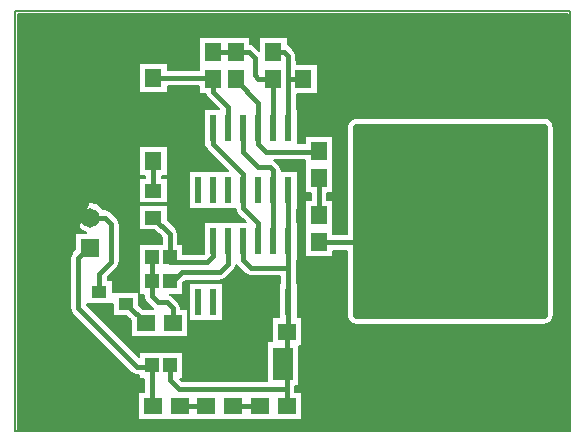
<source format=gbr>
%FSLAX23Y23*%
%MOIN*%
G04 EasyPC Gerber Version 18.0.1 Build 3581 *
%ADD111R,0.02360X0.08660*%
%ADD113R,0.04500X0.05000*%
%ADD110R,0.05500X0.06000*%
%ADD115R,0.07000X0.11000*%
%ADD14R,0.06000X0.06000*%
%ADD11C,0.00787*%
%ADD10C,0.00800*%
%ADD81C,0.01575*%
%ADD22C,0.02500*%
%ADD116C,0.02953*%
%ADD117C,0.05118*%
%ADD114R,0.04800X0.04000*%
%ADD19R,0.05512X0.04528*%
%ADD109R,0.06000X0.05500*%
%ADD83C,0.06496*%
%ADD112C,0.06500*%
%ADD71C,0.15000*%
X0Y0D02*
D02*
D10*
X2341Y299D02*
Y1699D01*
X491*
Y299*
X2341*
D02*
D11*
X729Y724D02*
Y720D01*
X904Y545*
Y564*
X1049*
Y474*
X1040*
X1048Y466*
X1329*
Y599*
X1347*
Y679*
X1370*
Y792*
X1374*
Y816*
X1276*
G75*
G02X1257Y824J28*
G01*
X1232Y849*
G75*
G02X1229Y853I19J19*
G01*
G75*
G02X1221Y837I-27J3*
G01*
X1193Y809*
G75*
G02X1174Y801I-19J19*
G01*
X1058*
X1049Y792*
Y754*
X1007*
G75*
G02X1016Y748I-11J-25*
G01*
X1036Y728*
G75*
G02X1044Y709I-19J-19*
G01*
Y706*
X1066*
Y612*
X877*
Y670*
X862Y684*
X816*
Y724*
X729*
X1183Y666D02*
X1070D01*
Y792*
X1183*
Y666*
X1035Y729D02*
G36*
X1036Y728D01*
G75*
G02X1044Y709I-19J-19*
G01*
Y706*
X1066*
Y612*
X877*
Y670*
X862Y684*
X816*
Y724*
X729*
Y720*
X904Y545*
Y564*
X1049*
Y474*
X1040*
X1048Y466*
X1329*
Y599*
X1347*
Y679*
X1370*
Y729*
X1183*
Y666*
X1070*
Y729*
X1035*
G37*
X1070D02*
G36*
Y792D01*
X1183*
Y729*
X1370*
Y792*
X1374*
Y816*
X1276*
G75*
G02X1257Y824J28*
G01*
X1232Y849*
G75*
G02X1229Y853I19J19*
G01*
G75*
G02X1221Y837I-27J3*
G01*
X1193Y809*
G75*
G02X1174Y801I-19J19*
G01*
X1058*
X1049Y792*
Y754*
X1007*
G75*
G02X1016Y748I-11J-25*
G01*
X1035Y729*
X1070*
G37*
X2333Y307D02*
Y1691D01*
X499*
Y307*
X2333*
X692Y906D02*
Y961D01*
X728*
G75*
G02X741Y1064I14J50*
G01*
G75*
G02X786Y1039J-52*
G01*
X791*
G75*
G02X811Y1031J-28*
G01*
X831Y1011*
G75*
G02X839Y991I-19J-19*
G01*
Y863*
G75*
G02X831Y843I-28*
G01*
X800Y813*
Y804*
X816*
Y764*
X903*
Y721*
X918Y706*
X951*
G75*
G02X947Y709I15J23*
G01*
X927Y729*
G75*
G02X919Y749I19J19*
G01*
Y754*
X904*
Y924*
X979*
Y945*
X955Y969*
X904*
Y1054*
X999*
Y1003*
X1026Y976*
G75*
G02X1034Y956I-19J-19*
G01*
Y924*
X1049*
Y891*
X1120*
Y997*
X1260*
X1232Y1024*
G75*
G02X1224Y1041I19J19*
G01*
X1070*
Y1167*
X1202*
X1132Y1237*
G75*
G02X1126Y1246I19J19*
G01*
X1120*
Y1372*
X1172*
X1132Y1412*
G75*
G02X1125Y1424I19J19*
G01*
X1104*
Y1449*
X999*
Y1427*
X904*
Y1526*
X999*
Y1504*
X1104*
Y1614*
X1274*
Y1591*
G75*
G02X1288Y1583I-5J-27*
G01*
X1304Y1568*
Y1614*
X1399*
Y1589*
G75*
G02X1406Y1583I-12J-25*
G01*
X1421Y1568*
G75*
G02X1429Y1549I-19J-19*
G01*
Y1524*
X1499*
Y1424*
X1429*
Y1372*
X1433*
Y1259*
X1457*
Y1284*
X1551*
Y1094*
X1531*
Y1069*
X1551*
Y956*
X1597*
Y1311*
G75*
G02X1629Y1344I32*
G01*
X2254*
G75*
G02X2286Y1311J-32*
G01*
Y686*
G75*
G02X2254Y654I-32*
G01*
X1629*
G75*
G02X1597Y686J32*
G01*
Y901*
X1551*
Y879*
X1457*
Y1069*
X1476*
Y1094*
X1457*
Y1204*
X1355*
G75*
G02X1358Y1201I-16J-22*
G01*
X1371Y1188*
G75*
G02X1379Y1169I-19J-19*
G01*
Y1167*
X1433*
Y1041*
X1429*
Y997*
X1433*
Y871*
X1429*
Y849*
G75*
G02Y838I-28J-6*
G01*
Y792*
X1433*
Y679*
X1446*
Y584*
X1438*
Y449*
X1424*
Y444*
G75*
G02Y433I-28J-6*
G01*
Y431*
X1446*
Y337*
X902*
Y431*
X919*
Y474*
X904*
Y486*
X896*
G75*
G02X877Y494J28*
G01*
X682Y689*
G75*
G02X674Y709I19J19*
G01*
Y876*
G75*
G02X682Y896I28*
G01*
X692Y906*
X924Y1144D02*
Y1149D01*
X904*
Y1249*
X999*
Y1149*
X979*
Y1144*
X999*
Y1059*
X904*
Y1144*
X924*
X499Y975D02*
G36*
Y307D01*
X2333*
Y975*
X2286*
Y686*
G75*
G02X2254Y654I-32*
G01*
X1629*
G75*
G02X1597Y686J32*
G01*
Y901*
X1551*
Y879*
X1457*
Y1069*
X1476*
Y1094*
X1457*
Y1204*
X1355*
G75*
G02X1358Y1201I-16J-22*
G01*
X1371Y1188*
G75*
G02X1379Y1169I-19J-19*
G01*
Y1167*
X1433*
Y1041*
X1429*
Y997*
X1433*
Y871*
X1429*
Y849*
G75*
G02Y838I-28J-6*
G01*
Y792*
X1433*
Y679*
X1446*
Y584*
X1438*
Y449*
X1424*
Y444*
G75*
G02Y433I-28J-6*
G01*
Y431*
X1446*
Y337*
X902*
Y431*
X919*
Y474*
X904*
Y486*
X896*
G75*
G02X877Y494J28*
G01*
X682Y689*
G75*
G02X674Y709I19J19*
G01*
Y876*
G75*
G02X682Y896I28*
G01*
X692Y906*
Y961*
X728*
G75*
G02X704Y975I14J50*
G01*
X499*
G37*
X704D02*
G36*
G75*
G02X741Y1064I38J36D01*
G01*
G75*
G02X786Y1039J-52*
G01*
X791*
G75*
G02X811Y1031J-28*
G01*
X831Y1011*
G75*
G02X839Y991I-19J-19*
G01*
Y863*
G75*
G02X831Y843I-28*
G01*
X800Y813*
Y804*
X816*
Y764*
X903*
Y721*
X918Y706*
X951*
G75*
G02X947Y709I15J23*
G01*
X927Y729*
G75*
G02X919Y749I19J19*
G01*
Y754*
X904*
Y924*
X979*
Y945*
X955Y969*
X904*
Y1054*
X999*
Y1003*
X1026Y976*
G75*
G02X1034Y956I-19J-19*
G01*
Y924*
X1049*
Y891*
X1120*
Y997*
X1260*
X1232Y1024*
G75*
G02X1224Y1041I19J19*
G01*
X1070*
Y1154*
X999*
Y1149*
X979*
Y1144*
X999*
Y1059*
X904*
Y1144*
X924*
Y1149*
X904*
Y1154*
X499*
Y975*
X704*
G37*
X2333D02*
G36*
Y1154D01*
X2286*
Y975*
X2333*
G37*
X904Y1154D02*
G36*
Y1249D01*
X999*
Y1154*
X1070*
Y1167*
X1202*
X1132Y1237*
G75*
G02X1126Y1246I19J19*
G01*
X1120*
Y1372*
X1172*
X1132Y1412*
G75*
G02X1125Y1424I19J19*
G01*
X1104*
Y1449*
X999*
Y1427*
X904*
Y1526*
X999*
Y1504*
X1104*
Y1614*
X1274*
Y1591*
G75*
G02X1288Y1583I-5J-27*
G01*
X1304Y1568*
Y1614*
X1399*
Y1589*
G75*
G02X1406Y1583I-12J-25*
G01*
X1421Y1568*
G75*
G02X1429Y1549I-19J-19*
G01*
Y1524*
X1499*
Y1424*
X1429*
Y1372*
X1433*
Y1259*
X1457*
Y1284*
X1551*
Y1094*
X1531*
Y1069*
X1551*
Y956*
X1597*
Y1311*
G75*
G02X1629Y1344I32*
G01*
X2254*
G75*
G02X2286Y1311J-32*
G01*
Y1154*
X2333*
Y1691*
X499*
Y1154*
X904*
G37*
D02*
D14*
X741Y911D03*
D02*
D19*
X951Y1011D03*
Y1101D03*
D02*
D71*
X680Y486D03*
Y1511D03*
X1704Y486D03*
Y1511D03*
D02*
D22*
X2254Y1311D02*
Y686D01*
X1629*
Y1311*
X2254*
G36*
Y686*
X1629*
Y1311*
X2254*
G37*
D02*
D81*
X741Y911D02*
X736D01*
X701Y876*
Y709*
X896Y514*
X946*
Y384*
X951*
X772Y764D02*
Y824D01*
X811Y863*
Y991*
X791Y1011*
X741*
X926Y659D02*
X861Y724D01*
X859*
X946Y879D02*
Y799D01*
X951Y1101D02*
Y1199D01*
Y1476D02*
X1151D01*
Y1474*
X1006Y519D02*
Y469D01*
X1036Y439*
X1396*
X1006Y799D02*
X1016D01*
X1046Y829*
X1174*
X1201Y856*
Y934*
X1006Y879D02*
Y956D01*
X951Y1011*
X1006Y879D02*
Y864D01*
X1131*
X1151Y884*
Y934*
X1016Y659D02*
Y709D01*
X996Y729*
X966*
X946Y749*
Y799*
X1041Y384D02*
X1126D01*
X1101Y934D02*
Y969D01*
X1039Y1031*
Y1294*
X1101Y1309D02*
Y1294D01*
X1039*
X1151Y1309D02*
Y1256D01*
X1251Y1156*
Y1044*
X1301Y994*
Y934*
X1201Y729D02*
Y631D01*
Y729D02*
X1351D01*
X1201Y1309D02*
Y1381D01*
X1151Y1431*
Y1474*
X1216Y384D02*
X1306D01*
X1226Y1474D02*
Y1469D01*
X1301Y1394*
Y1309*
X1226Y1564D02*
X1269D01*
X1289Y1544*
Y1486*
X1301Y1474*
X1351*
X1226Y1564D02*
X1151D01*
X1251Y934D02*
Y869D01*
X1276Y844*
X1401*
X1251Y1309D02*
Y1231D01*
X1301Y1181*
X1339*
X1351Y1169*
Y934*
X1301Y729D02*
Y636D01*
X1306Y631*
X1301Y1309D02*
Y1256D01*
X1326Y1231*
X1509*
X1506Y1234*
X1504*
X1351Y1309D02*
Y1474D01*
X1396Y439D02*
Y384D01*
Y631D02*
Y439D01*
X1401Y729D02*
Y636D01*
X1396Y631*
X1401Y729D02*
Y844D01*
Y934*
Y1104D02*
Y934D01*
Y1309D02*
Y1479D01*
Y1549*
X1386Y1564*
X1351*
X1451Y1474D02*
X1406D01*
X1401Y1479*
X1504Y929D02*
X1654D01*
Y874*
X1691*
Y879*
X1504Y1144D02*
Y1019D01*
D02*
D83*
X1039Y1294D03*
X1201Y631D03*
D02*
D109*
X926Y659D03*
X951Y384D03*
X1016Y659D03*
X1041Y384D03*
X1126D03*
X1216D03*
X1306D03*
Y631D03*
X1396Y384D03*
Y631D03*
D02*
D110*
X951Y1199D03*
Y1289D03*
Y1386D03*
Y1476D03*
X1151Y1474D03*
Y1564D03*
X1226Y1474D03*
Y1564D03*
X1351Y1474D03*
Y1564D03*
X1451Y1474D03*
Y1564D03*
X1504Y929D03*
Y1019D03*
Y1144D03*
Y1234D03*
D02*
D111*
X1101Y729D03*
Y934D03*
Y1104D03*
Y1309D03*
X1151Y729D03*
Y934D03*
Y1104D03*
Y1309D03*
X1201Y729D03*
Y934D03*
Y1104D03*
Y1309D03*
X1251Y729D03*
Y934D03*
Y1104D03*
Y1309D03*
X1301Y729D03*
Y934D03*
Y1104D03*
Y1309D03*
X1351Y729D03*
Y934D03*
Y1104D03*
Y1309D03*
X1401Y729D03*
Y934D03*
Y1104D03*
Y1309D03*
D02*
D112*
X741Y1011D03*
Y1111D03*
D02*
D113*
X946Y519D03*
Y799D03*
Y879D03*
X1006Y519D03*
Y799D03*
Y879D03*
D02*
D114*
X772Y764D03*
X859Y724D03*
Y804D03*
D02*
D115*
X1179Y524D03*
X1383D03*
D02*
D116*
X680Y1511D02*
X886D01*
X741Y1111D02*
Y1234D01*
X801Y1294*
X944*
X949Y1289*
X951*
X859Y804D02*
Y812D01*
X866Y819*
Y1081*
X836Y1111*
X741*
X886Y1511D02*
Y1406D01*
X906Y1386*
X951*
Y1289*
X1039Y1294D02*
X951D01*
Y1289*
X1451Y1564D02*
X1531D01*
X1584Y1511*
X1704*
X1451Y1564D02*
Y1619D01*
X1431Y1639*
X926*
X886Y1599*
Y1511*
D02*
D117*
X586Y1104D02*
Y1111D01*
X741*
X680Y486D02*
X679D01*
X586Y579*
Y1104*
X680Y1511D02*
X654D01*
X586Y1444*
Y1104*
X1179Y524D02*
Y609D01*
X1201Y631*
X1306D02*
X1201D01*
X0Y0D02*
M02*

</source>
